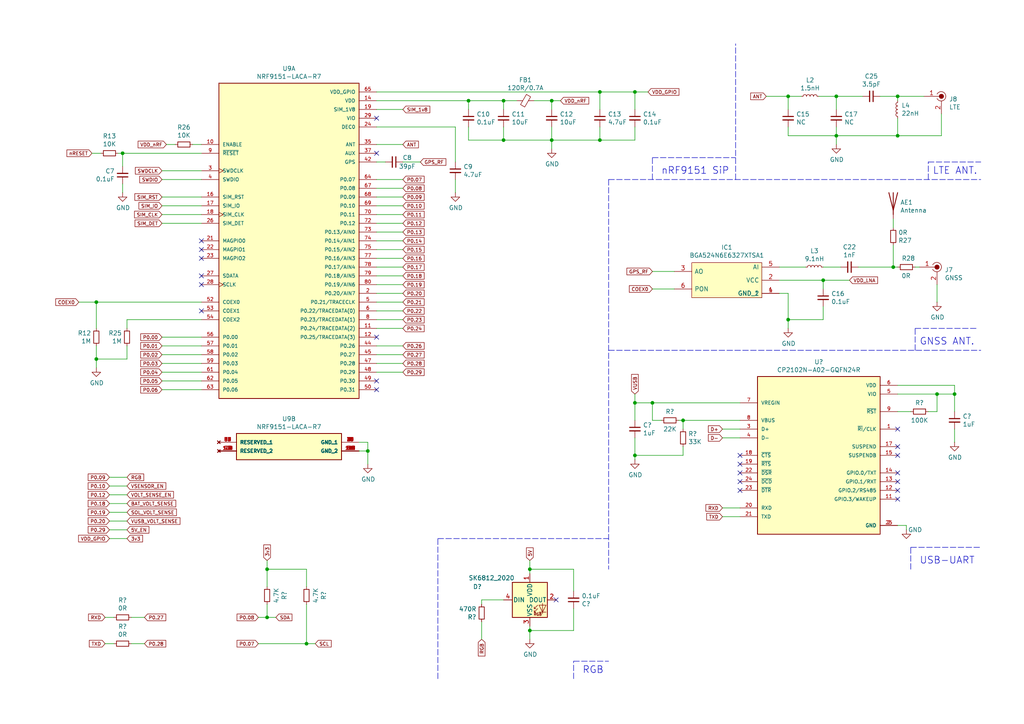
<source format=kicad_sch>
(kicad_sch (version 20250114) (generator "eeschema") (generator_version "9.0")
  (paper "A4")
  (title_block (date "2025-05-08"))
  (text "nRF9151 SiP" (at 191.77 50.8 0) (effects (font (size 2.0066 2.0066)) (justify left bottom)))
  (text "GNSS ANT." (at 266.7 100.33 0) (effects (font (size 2.0066 2.0066)) (justify left bottom)))
  (text "RGB" (at 168.91 195.58 0) (effects (font (size 2.0066 2.0066)) (justify left bottom)))
  (text "USB-UART" (at 266.7 163.83 0) (effects (font (size 2.0066 2.0066)) (justify left bottom)))
  (text "LTE ANT." (at 270.51 50.8 0) (effects (font (size 2.0066 2.0066)) (justify left bottom)))
  (junction (at 184.15 116.84))
  (junction (at 27.94 87.63))
  (junction (at 271.78 114.3))
  (junction (at 88.9 186.69))
  (junction (at 259.08 77.47))
  (junction (at 35.56 44.45))
  (junction (at 184.15 132.08))
  (junction (at 77.47 179.07))
  (junction (at 260.35 39.37))
  (junction (at 276.86 114.3))
  (junction (at 77.47 165.1))
  (junction (at 242.57 39.37))
  (junction (at 153.67 165.1))
  (junction (at 160.02 29.21))
  (junction (at 153.67 182.88))
  (junction (at 184.15 26.67))
  (junction (at 260.35 27.94))
  (junction (at 228.6 92.71))
  (junction (at 135.89 29.21))
  (junction (at 228.6 27.94))
  (junction (at 27.94 104.14))
  (junction (at 146.05 40.64))
  (junction (at 189.23 116.84))
  (junction (at 173.99 26.67))
  (junction (at 242.57 27.94))
  (junction (at 146.05 29.21))
  (junction (at 198.12 121.92))
  (junction (at 238.76 81.28))
  (junction (at 160.02 40.64))
  (junction (at 106.68 130.81))
  (junction (at 173.99 40.64))
  (no_connect (at 214.63 142.24))
  (no_connect (at 260.35 129.54))
  (no_connect (at 109.22 44.45))
  (no_connect (at 214.63 139.7))
  (no_connect (at 109.22 113.03))
  (no_connect (at 260.35 144.78))
  (no_connect (at 260.35 142.24))
  (no_connect (at 58.42 90.17))
  (no_connect (at 214.63 137.16))
  (no_connect (at 58.42 69.85))
  (no_connect (at 214.63 134.62))
  (no_connect (at 109.22 110.49))
  (no_connect (at 58.42 74.93))
  (no_connect (at 214.63 132.08))
  (no_connect (at 260.35 124.46))
  (no_connect (at 109.22 34.29))
  (no_connect (at 58.42 72.39))
  (no_connect (at 260.35 137.16))
  (no_connect (at 58.42 82.55))
  (no_connect (at 161.29 173.99))
  (no_connect (at 260.35 132.08))
  (no_connect (at 260.35 139.7))
  (no_connect (at 58.42 80.01))
  (no_connect (at 109.22 97.79))
  (wire (pts (xy 109.22 67.31) (xy 116.84 67.31)))
  (wire (pts (xy 226.06 77.47) (xy 233.68 77.47)))
  (wire (pts (xy 36.83 95.25) (xy 36.83 92.71)))
  (wire (pts (xy 109.22 74.93) (xy 116.84 74.93)))
  (wire (pts (xy 273.05 39.37) (xy 273.05 33.02)))
  (wire (pts (xy 198.12 121.92) (xy 196.85 121.92)))
  (wire (pts (xy 166.37 176.53) (xy 166.37 182.88)))
  (wire (pts (xy 267.97 27.94) (xy 260.35 27.94)))
  (wire (pts (xy 184.15 132.08) (xy 198.12 132.08)))
  (wire (pts (xy 184.15 40.64) (xy 184.15 36.83)))
  (wire (pts (xy 58.42 105.41) (xy 46.99 105.41)))
  (wire (pts (xy 153.67 182.88) (xy 153.67 185.42)))
  (polyline (pts (xy 269.24 52.07) (xy 269.24 46.99)) (stroke (width 0) (type dash)))
  (wire (pts (xy 27.94 87.63) (xy 27.94 95.25)))
  (polyline (pts (xy 127 196.85) (xy 127 156.21)) (stroke (width 0) (type dash)))
  (wire (pts (xy 195.58 83.82) (xy 189.23 83.82)))
  (wire (pts (xy 109.22 26.67) (xy 173.99 26.67)))
  (wire (pts (xy 184.15 116.84) (xy 184.15 114.3)))
  (wire (pts (xy 109.22 31.75) (xy 116.84 31.75)))
  (wire (pts (xy 259.08 77.47) (xy 260.35 77.47)))
  (wire (pts (xy 36.83 104.14) (xy 36.83 100.33)))
  (wire (pts (xy 109.22 46.99) (xy 111.76 46.99)))
  (wire (pts (xy 109.22 80.01) (xy 116.84 80.01)))
  (wire (pts (xy 238.76 81.28) (xy 246.38 81.28)))
  (wire (pts (xy 106.68 130.81) (xy 106.68 134.62)))
  (wire (pts (xy 189.23 116.84) (xy 184.15 116.84)))
  (wire (pts (xy 22.86 87.63) (xy 27.94 87.63)))
  (wire (pts (xy 276.86 114.3) (xy 276.86 119.38)))
  (wire (pts (xy 146.05 29.21) (xy 149.86 29.21)))
  (wire (pts (xy 109.22 36.83) (xy 132.08 36.83)))
  (wire (pts (xy 58.42 97.79) (xy 46.99 97.79)))
  (wire (pts (xy 232.41 27.94) (xy 228.6 27.94)))
  (polyline (pts (xy 166.37 191.77) (xy 176.53 191.77)) (stroke (width 0) (type dash)))
  (wire (pts (xy 116.84 46.99) (xy 121.92 46.99)))
  (wire (pts (xy 26.67 44.45) (xy 29.21 44.45)))
  (wire (pts (xy 242.57 27.94) (xy 237.49 27.94)))
  (wire (pts (xy 242.57 36.83) (xy 242.57 39.37)))
  (wire (pts (xy 135.89 29.21) (xy 146.05 29.21)))
  (wire (pts (xy 109.22 90.17) (xy 116.84 90.17)))
  (wire (pts (xy 276.86 124.46) (xy 276.86 128.27)))
  (wire (pts (xy 50.8 41.91) (xy 48.26 41.91)))
  (wire (pts (xy 58.42 49.53) (xy 46.99 49.53)))
  (wire (pts (xy 116.84 92.71) (xy 109.22 92.71)))
  (wire (pts (xy 271.78 119.38) (xy 271.78 114.3)))
  (wire (pts (xy 259.08 63.5) (xy 259.08 66.04)))
  (wire (pts (xy 214.63 149.86) (xy 209.55 149.86)))
  (wire (pts (xy 262.89 152.4) (xy 262.89 153.67)))
  (wire (pts (xy 109.22 105.41) (xy 116.84 105.41)))
  (wire (pts (xy 184.15 31.75) (xy 184.15 26.67)))
  (wire (pts (xy 109.22 82.55) (xy 116.84 82.55)))
  (wire (pts (xy 146.05 36.83) (xy 146.05 40.64)))
  (wire (pts (xy 31.75 143.51) (xy 36.83 143.51)))
  (wire (pts (xy 58.42 57.15) (xy 46.99 57.15)))
  (wire (pts (xy 109.22 41.91) (xy 116.84 41.91)))
  (wire (pts (xy 166.37 171.45) (xy 166.37 165.1)))
  (wire (pts (xy 109.22 95.25) (xy 116.84 95.25)))
  (wire (pts (xy 109.22 69.85) (xy 116.84 69.85)))
  (wire (pts (xy 238.76 83.82) (xy 238.76 81.28)))
  (wire (pts (xy 166.37 182.88) (xy 153.67 182.88)))
  (wire (pts (xy 36.83 151.13) (xy 31.75 151.13)))
  (wire (pts (xy 173.99 31.75) (xy 173.99 26.67)))
  (wire (pts (xy 109.22 59.69) (xy 116.84 59.69)))
  (wire (pts (xy 173.99 40.64) (xy 160.02 40.64)))
  (wire (pts (xy 77.47 165.1) (xy 77.47 170.18)))
  (wire (pts (xy 27.94 104.14) (xy 27.94 106.68)))
  (polyline (pts (xy 127 156.21) (xy 176.53 156.21)) (stroke (width 0) (type dash)))
  (wire (pts (xy 109.22 85.09) (xy 116.84 85.09)))
  (wire (pts (xy 160.02 29.21) (xy 160.02 31.75)))
  (wire (pts (xy 58.42 59.69) (xy 46.99 59.69)))
  (wire (pts (xy 109.22 54.61) (xy 116.84 54.61)))
  (wire (pts (xy 166.37 165.1) (xy 153.67 165.1)))
  (wire (pts (xy 160.02 40.64) (xy 160.02 43.18)))
  (wire (pts (xy 228.6 85.09) (xy 228.6 92.71)))
  (wire (pts (xy 153.67 166.37) (xy 153.67 165.1)))
  (wire (pts (xy 135.89 40.64) (xy 146.05 40.64)))
  (polyline (pts (xy 265.43 95.25) (xy 283.21 95.25)) (stroke (width 0) (type dash)))
  (wire (pts (xy 271.78 87.63) (xy 271.78 82.55)))
  (polyline (pts (xy 264.16 158.75) (xy 284.48 158.75)) (stroke (width 0) (type dash)))
  (wire (pts (xy 106.68 130.81) (xy 104.14 130.81)))
  (wire (pts (xy 226.06 81.28) (xy 238.76 81.28)))
  (polyline (pts (xy 213.36 52.07) (xy 213.36 12.7)) (stroke (width 0) (type dash)))
  (wire (pts (xy 38.1 186.69) (xy 41.91 186.69)))
  (wire (pts (xy 34.29 44.45) (xy 35.56 44.45)))
  (wire (pts (xy 153.67 181.61) (xy 153.67 182.88)))
  (wire (pts (xy 255.27 27.94) (xy 260.35 27.94)))
  (wire (pts (xy 214.63 116.84) (xy 189.23 116.84)))
  (wire (pts (xy 33.02 186.69) (xy 30.48 186.69)))
  (wire (pts (xy 260.35 29.21) (xy 260.35 27.94)))
  (polyline (pts (xy 176.53 101.6) (xy 284.48 101.6)) (stroke (width 0) (type dash)))
  (wire (pts (xy 104.14 128.27) (xy 106.68 128.27)))
  (wire (pts (xy 109.22 64.77) (xy 116.84 64.77)))
  (polyline (pts (xy 176.53 52.07) (xy 176.53 165.1)) (stroke (width 0) (type dash)))
  (wire (pts (xy 160.02 36.83) (xy 160.02 40.64)))
  (wire (pts (xy 27.94 104.14) (xy 36.83 104.14)))
  (wire (pts (xy 36.83 92.71) (xy 58.42 92.71)))
  (wire (pts (xy 77.47 175.26) (xy 77.47 179.07)))
  (wire (pts (xy 58.42 107.95) (xy 46.99 107.95)))
  (wire (pts (xy 109.22 62.23) (xy 116.84 62.23)))
  (wire (pts (xy 88.9 175.26) (xy 88.9 186.69)))
  (wire (pts (xy 228.6 36.83) (xy 228.6 39.37)))
  (wire (pts (xy 276.86 111.76) (xy 276.86 114.3)))
  (wire (pts (xy 160.02 29.21) (xy 162.56 29.21)))
  (wire (pts (xy 173.99 26.67) (xy 184.15 26.67)))
  (wire (pts (xy 135.89 36.83) (xy 135.89 40.64)))
  (wire (pts (xy 260.35 39.37) (xy 273.05 39.37)))
  (wire (pts (xy 74.93 186.69) (xy 88.9 186.69)))
  (wire (pts (xy 242.57 39.37) (xy 260.35 39.37)))
  (wire (pts (xy 238.76 92.71) (xy 238.76 88.9)))
  (wire (pts (xy 58.42 52.07) (xy 46.99 52.07)))
  (wire (pts (xy 139.7 185.42) (xy 139.7 180.34)))
  (wire (pts (xy 88.9 165.1) (xy 88.9 170.18)))
  (wire (pts (xy 214.63 127) (xy 209.55 127)))
  (wire (pts (xy 109.22 29.21) (xy 135.89 29.21)))
  (wire (pts (xy 228.6 92.71) (xy 238.76 92.71)))
  (polyline (pts (xy 269.24 46.99) (xy 284.48 46.99)) (stroke (width 0) (type dash)))
  (wire (pts (xy 228.6 92.71) (xy 228.6 95.25)))
  (wire (pts (xy 132.08 36.83) (xy 132.08 46.99)))
  (wire (pts (xy 27.94 100.33) (xy 27.94 104.14)))
  (wire (pts (xy 58.42 62.23) (xy 46.99 62.23)))
  (wire (pts (xy 265.43 77.47) (xy 266.7 77.47)))
  (wire (pts (xy 74.93 179.07) (xy 77.47 179.07)))
  (wire (pts (xy 184.15 127) (xy 184.15 132.08)))
  (wire (pts (xy 139.7 173.99) (xy 146.05 173.99)))
  (wire (pts (xy 35.56 55.88) (xy 35.56 53.34)))
  (wire (pts (xy 154.94 29.21) (xy 160.02 29.21)))
  (wire (pts (xy 116.84 57.15) (xy 109.22 57.15)))
  (polyline (pts (xy 189.23 45.72) (xy 213.36 45.72)) (stroke (width 0) (type dash)))
  (wire (pts (xy 31.75 138.43) (xy 36.83 138.43)))
  (polyline (pts (xy 176.53 52.07) (xy 284.48 52.07)) (stroke (width 0) (type dash)))
  (wire (pts (xy 36.83 148.59) (xy 31.75 148.59)))
  (polyline (pts (xy 166.37 196.85) (xy 166.37 191.77)) (stroke (width 0) (type dash)))
  (wire (pts (xy 260.35 152.4) (xy 262.89 152.4)))
  (polyline (pts (xy 189.23 52.07) (xy 189.23 45.72)) (stroke (width 0) (type dash)))
  (wire (pts (xy 184.15 26.67) (xy 187.96 26.67)))
  (wire (pts (xy 153.67 165.1) (xy 153.67 162.56)))
  (wire (pts (xy 27.94 87.63) (xy 58.42 87.63)))
  (wire (pts (xy 58.42 113.03) (xy 46.99 113.03)))
  (wire (pts (xy 173.99 36.83) (xy 173.99 40.64)))
  (wire (pts (xy 146.05 31.75) (xy 146.05 29.21)))
  (wire (pts (xy 109.22 102.87) (xy 116.84 102.87)))
  (wire (pts (xy 139.7 175.26) (xy 139.7 173.99)))
  (wire (pts (xy 260.35 39.37) (xy 260.35 34.29)))
  (wire (pts (xy 109.22 100.33) (xy 116.84 100.33)))
  (wire (pts (xy 228.6 39.37) (xy 242.57 39.37)))
  (polyline (pts (xy 264.16 165.1) (xy 264.16 158.75)) (stroke (width 0) (type dash)))
  (wire (pts (xy 88.9 186.69) (xy 91.44 186.69)))
  (wire (pts (xy 135.89 31.75) (xy 135.89 29.21)))
  (wire (pts (xy 109.22 77.47) (xy 116.84 77.47)))
  (wire (pts (xy 77.47 179.07) (xy 80.01 179.07)))
  (wire (pts (xy 228.6 27.94) (xy 222.25 27.94)))
  (wire (pts (xy 36.83 156.21) (xy 31.75 156.21)))
  (wire (pts (xy 77.47 165.1) (xy 88.9 165.1)))
  (polyline (pts (xy 265.43 101.6) (xy 265.43 95.25)) (stroke (width 0) (type dash)))
  (wire (pts (xy 35.56 44.45) (xy 35.56 48.26)))
  (wire (pts (xy 30.48 179.07) (xy 33.02 179.07)))
  (wire (pts (xy 38.1 179.07) (xy 41.91 179.07)))
  (wire (pts (xy 226.06 85.09) (xy 228.6 85.09)))
  (wire (pts (xy 198.12 132.08) (xy 198.12 129.54)))
  (wire (pts (xy 109.22 52.07) (xy 116.84 52.07)))
  (wire (pts (xy 228.6 27.94) (xy 228.6 31.75)))
  (wire (pts (xy 31.75 146.05) (xy 36.83 146.05)))
  (wire (pts (xy 260.35 114.3) (xy 271.78 114.3)))
  (wire (pts (xy 36.83 140.97) (xy 31.75 140.97)))
  (wire (pts (xy 46.99 102.87) (xy 58.42 102.87)))
  (wire (pts (xy 55.88 41.91) (xy 58.42 41.91)))
  (wire (pts (xy 132.08 55.88) (xy 132.08 52.07)))
  (wire (pts (xy 198.12 124.46) (xy 198.12 121.92)))
  (wire (pts (xy 77.47 162.56) (xy 77.47 165.1)))
  (wire (pts (xy 58.42 64.77) (xy 46.99 64.77)))
  (wire (pts (xy 36.83 153.67) (xy 31.75 153.67)))
  (wire (pts (xy 106.68 128.27) (xy 106.68 130.81)))
  (wire (pts (xy 238.76 77.47) (xy 243.84 77.47)))
  (wire (pts (xy 58.42 100.33) (xy 46.99 100.33)))
  (wire (pts (xy 109.22 72.39) (xy 116.84 72.39)))
  (wire (pts (xy 242.57 27.94) (xy 250.19 27.94)))
  (wire (pts (xy 109.22 107.95) (xy 116.84 107.95)))
  (wire (pts (xy 271.78 114.3) (xy 276.86 114.3)))
  (wire (pts (xy 248.92 77.47) (xy 259.08 77.47)))
  (wire (pts (xy 35.56 44.45) (xy 58.42 44.45)))
  (wire (pts (xy 214.63 147.32) (xy 209.55 147.32)))
  (wire (pts (xy 195.58 78.74) (xy 189.23 78.74)))
  (wire (pts (xy 264.16 119.38) (xy 260.35 119.38)))
  (wire (pts (xy 184.15 132.08) (xy 184.15 133.35)))
  (wire (pts (xy 116.84 87.63) (xy 109.22 87.63)))
  (wire (pts (xy 259.08 71.12) (xy 259.08 77.47)))
  (wire (pts (xy 189.23 121.92) (xy 189.23 116.84)))
  (wire (pts (xy 58.42 110.49) (xy 46.99 110.49)))
  (wire (pts (xy 191.77 121.92) (xy 189.23 121.92)))
  (wire (pts (xy 184.15 116.84) (xy 184.15 121.92)))
  (wire (pts (xy 269.24 119.38) (xy 271.78 119.38)))
  (wire (pts (xy 198.12 121.92) (xy 214.63 121.92)))
  (wire (pts (xy 242.57 39.37) (xy 242.57 41.91)))
  (wire (pts (xy 146.05 40.64) (xy 160.02 40.64)))
  (wire (pts (xy 260.35 111.76) (xy 276.86 111.76)))
  (wire (pts (xy 242.57 31.75) (xy 242.57 27.94)))
  (wire (pts (xy 173.99 40.64) (xy 184.15 40.64)))
  (wire (pts (xy 214.63 124.46) (xy 209.55 124.46)))
  (global_label "VUSB" (shape input) (at 184.15 114.3 90) (effects (font (size 0.9906 0.9906))) (property "Intersheetrefs" "${INTERSHEET_REFS}" (effects (hide yes))))
  (global_label "BAT_VOLT_SENSE" (shape input) (at 36.83 146.05 0) (effects (font (size 0.9906 0.9906))) (property "Intersheetrefs" "${INTERSHEET_REFS}" (effects (hide yes))))
  (global_label "P0.06" (shape input) (at 46.99 113.03 180) (effects (font (size 0.9906 0.9906))) (property "Intersheetrefs" "${INTERSHEET_REFS}" (effects (hide yes))))
  (global_label "P0.18" (shape input) (at 116.84 80.01 0) (effects (font (size 0.9906 0.9906))) (property "Intersheetrefs" "${INTERSHEET_REFS}" (effects (hide yes))))
  (global_label "P0.02" (shape input) (at 46.99 102.87 180) (effects (font (size 0.9906 0.9906))) (property "Intersheetrefs" "${INTERSHEET_REFS}" (effects (hide yes))))
  (global_label "SCL" (shape input) (at 91.44 186.69 0) (effects (font (size 0.9906 0.9906))) (property "Intersheetrefs" "${INTERSHEET_REFS}" (effects (hide yes))))
  (global_label "P0.05" (shape input) (at 46.99 110.49 180) (effects (font (size 0.9906 0.9906))) (property "Intersheetrefs" "${INTERSHEET_REFS}" (effects (hide yes))))
  (global_label "VSENSOR_EN" (shape input) (at 36.83 140.97 0) (effects (font (size 0.9906 0.9906))) (property "Intersheetrefs" "${INTERSHEET_REFS}" (effects (hide yes))))
  (global_label "RXD" (shape input) (at 209.55 147.32 180) (effects (font (size 0.9906 0.9906))) (property "Intersheetrefs" "${INTERSHEET_REFS}" (effects (hide yes))))
  (global_label "P0.26" (shape input) (at 116.84 100.33 0) (effects (font (size 0.9906 0.9906))) (property "Intersheetrefs" "${INTERSHEET_REFS}" (effects (hide yes))))
  (global_label "SIM_1v8" (shape input) (at 116.84 31.75 0) (effects (font (size 0.9906 0.9906))) (property "Intersheetrefs" "${INTERSHEET_REFS}" (effects (hide yes))))
  (global_label "COEX0" (shape input) (at 22.86 87.63 180) (effects (font (size 0.9906 0.9906))) (property "Intersheetrefs" "${INTERSHEET_REFS}" (effects (hide yes))))
  (global_label "P0.07" (shape input) (at 116.84 52.07 0) (effects (font (size 0.9906 0.9906))) (property "Intersheetrefs" "${INTERSHEET_REFS}" (effects (hide yes))))
  (global_label "P0.13" (shape input) (at 116.84 67.31 0) (effects (font (size 0.9906 0.9906))) (property "Intersheetrefs" "${INTERSHEET_REFS}" (effects (hide yes))))
  (global_label "VDD_GPIO" (shape input) (at 187.96 26.67 0) (effects (font (size 0.9906 0.9906))) (property "Intersheetrefs" "${INTERSHEET_REFS}" (effects (hide yes))))
  (global_label "P0.10" (shape input) (at 31.75 140.97 180) (effects (font (size 0.9906 0.9906))) (property "Intersheetrefs" "${INTERSHEET_REFS}" (effects (hide yes))))
  (global_label "RGB" (shape input) (at 36.83 138.43 0) (effects (font (size 0.9906 0.9906))) (property "Intersheetrefs" "${INTERSHEET_REFS}" (effects (hide yes))))
  (global_label "P0.29" (shape input) (at 31.75 153.67 180) (effects (font (size 0.9906 0.9906))) (property "Intersheetrefs" "${INTERSHEET_REFS}" (effects (hide yes))))
  (global_label "ANT" (shape input) (at 222.25 27.94 180) (effects (font (size 0.9906 0.9906))) (property "Intersheetrefs" "${INTERSHEET_REFS}" (effects (hide yes))))
  (global_label "D-" (shape input) (at 209.55 127 180) (effects (font (size 0.9906 0.9906))) (property "Intersheetrefs" "${INTERSHEET_REFS}" (effects (hide yes))))
  (global_label "SIM_IO" (shape input) (at 46.99 59.69 180) (effects (font (size 0.9906 0.9906))) (property "Intersheetrefs" "${INTERSHEET_REFS}" (effects (hide yes))))
  (global_label "SWDCLK" (shape input) (at 46.99 49.53 180) (effects (font (size 0.9906 0.9906))) (property "Intersheetrefs" "${INTERSHEET_REFS}" (effects (hide yes))))
  (global_label "GPS_RF" (shape input) (at 189.23 78.74 180) (effects (font (size 0.9906 0.9906))) (property "Intersheetrefs" "${INTERSHEET_REFS}" (effects (hide yes))))
  (global_label "P0.15" (shape input) (at 116.84 72.39 0) (effects (font (size 0.9906 0.9906))) (property "Intersheetrefs" "${INTERSHEET_REFS}" (effects (hide yes))))
  (global_label "P0.20" (shape input) (at 116.84 85.09 0) (effects (font (size 0.9906 0.9906))) (property "Intersheetrefs" "${INTERSHEET_REFS}" (effects (hide yes))))
  (global_label "P0.12" (shape input) (at 116.84 64.77 0) (effects (font (size 0.9906 0.9906))) (property "Intersheetrefs" "${INTERSHEET_REFS}" (effects (hide yes))))
  (global_label "P0.04" (shape input) (at 46.99 107.95 180) (effects (font (size 0.9906 0.9906))) (property "Intersheetrefs" "${INTERSHEET_REFS}" (effects (hide yes))))
  (global_label "3v3" (shape input) (at 36.83 156.21 0) (effects (font (size 0.9906 0.9906))) (property "Intersheetrefs" "${INTERSHEET_REFS}" (effects (hide yes))))
  (global_label "P0.16" (shape input) (at 116.84 74.93 0) (effects (font (size 0.9906 0.9906))) (property "Intersheetrefs" "${INTERSHEET_REFS}" (effects (hide yes))))
  (global_label "SIM_DET" (shape input) (at 46.99 64.77 180) (effects (font (size 0.9906 0.9906))) (property "Intersheetrefs" "${INTERSHEET_REFS}" (effects (hide yes))))
  (global_label "VDD_LNA" (shape input) (at 246.38 81.28 0) (effects (font (size 0.9906 0.9906))) (property "Intersheetrefs" "${INTERSHEET_REFS}" (effects (hide yes))))
  (global_label "P0.18" (shape input) (at 31.75 146.05 180) (effects (font (size 0.9906 0.9906))) (property "Intersheetrefs" "${INTERSHEET_REFS}" (effects (hide yes))))
  (global_label "P0.07" (shape input) (at 74.93 186.69 180) (effects (font (size 0.9906 0.9906))) (property "Intersheetrefs" "${INTERSHEET_REFS}" (effects (hide yes))))
  (global_label "SIM_RST" (shape input) (at 46.99 57.15 180) (effects (font (size 0.9906 0.9906))) (property "Intersheetrefs" "${INTERSHEET_REFS}" (effects (hide yes))))
  (global_label "D+" (shape input) (at 209.55 124.46 180) (effects (font (size 0.9906 0.9906))) (property "Intersheetrefs" "${INTERSHEET_REFS}" (effects (hide yes))))
  (global_label "SDA" (shape input) (at 80.01 179.07 0) (effects (font (size 0.9906 0.9906))) (property "Intersheetrefs" "${INTERSHEET_REFS}" (effects (hide yes))))
  (global_label "P0.17" (shape input) (at 116.84 77.47 0) (effects (font (size 0.9906 0.9906))) (property "Intersheetrefs" "${INTERSHEET_REFS}" (effects (hide yes))))
  (global_label "P0.03" (shape input) (at 46.99 105.41 180) (effects (font (size 0.9906 0.9906))) (property "Intersheetrefs" "${INTERSHEET_REFS}" (effects (hide yes))))
  (global_label "nRESET" (shape input) (at 26.67 44.45 180) (effects (font (size 0.9906 0.9906))) (property "Intersheetrefs" "${INTERSHEET_REFS}" (effects (hide yes))))
  (global_label "P0.00" (shape input) (at 46.99 97.79 180) (effects (font (size 0.9906 0.9906))) (property "Intersheetrefs" "${INTERSHEET_REFS}" (effects (hide yes))))
  (global_label "VDD_GPIO" (shape input) (at 31.75 156.21 180) (effects (font (size 0.9906 0.9906))) (property "Intersheetrefs" "${INTERSHEET_REFS}" (effects (hide yes))))
  (global_label "P0.09" (shape input) (at 31.75 138.43 180) (effects (font (size 0.9906 0.9906))) (property "Intersheetrefs" "${INTERSHEET_REFS}" (effects (hide yes))))
  (global_label "P0.24" (shape input) (at 116.84 95.25 0) (effects (font (size 0.9906 0.9906))) (property "Intersheetrefs" "${INTERSHEET_REFS}" (effects (hide yes))))
  (global_label "P0.09" (shape input) (at 116.84 57.15 0) (effects (font (size 0.9906 0.9906))) (property "Intersheetrefs" "${INTERSHEET_REFS}" (effects (hide yes))))
  (global_label "5V" (shape input) (at 153.67 162.56 90) (effects (font (size 0.9906 0.9906))) (property "Intersheetrefs" "${INTERSHEET_REFS}" (effects (hide yes))))
  (global_label "P0.08" (shape input) (at 116.84 54.61 0) (effects (font (size 0.9906 0.9906))) (property "Intersheetrefs" "${INTERSHEET_REFS}" (effects (hide yes))))
  (global_label "P0.29" (shape input) (at 116.84 107.95 0) (effects (font (size 0.9906 0.9906))) (property "Intersheetrefs" "${INTERSHEET_REFS}" (effects (hide yes))))
  (global_label "P0.20" (shape input) (at 31.75 151.13 180) (effects (font (size 0.9906 0.9906))) (property "Intersheetrefs" "${INTERSHEET_REFS}" (effects (hide yes))))
  (global_label "SOL_VOLT_SENSE" (shape input) (at 36.83 148.59 0) (effects (font (size 0.9906 0.9906))) (property "Intersheetrefs" "${INTERSHEET_REFS}" (effects (hide yes))))
  (global_label "5V_EN" (shape input) (at 36.83 153.67 0) (effects (font (size 0.9906 0.9906))) (property "Intersheetrefs" "${INTERSHEET_REFS}" (effects (hide yes))))
  (global_label "3v3" (shape input) (at 77.47 162.56 90) (effects (font (size 0.9906 0.9906))) (property "Intersheetrefs" "${INTERSHEET_REFS}" (effects (hide yes))))
  (global_label "P0.28" (shape input) (at 41.91 186.69 0) (effects (font (size 0.9906 0.9906))) (property "Intersheetrefs" "${INTERSHEET_REFS}" (effects (hide yes))))
  (global_label "RGB" (shape input) (at 139.7 185.42 270) (effects (font (size 0.9906 0.9906))) (property "Intersheetrefs" "${INTERSHEET_REFS}" (effects (hide yes))))
  (global_label "TXD" (shape input) (at 209.55 149.86 180) (effects (font (size 0.9906 0.9906))) (property "Intersheetrefs" "${INTERSHEET_REFS}" (effects (hide yes))))
  (global_label "SWDIO" (shape input) (at 46.99 52.07 180) (effects (font (size 0.9906 0.9906))) (property "Intersheetrefs" "${INTERSHEET_REFS}" (effects (hide yes))))
  (global_label "TXD" (shape input) (at 30.48 186.69 180) (effects (font (size 0.9906 0.9906))) (property "Intersheetrefs" "${INTERSHEET_REFS}" (effects (hide yes))))
  (global_label "P0.08" (shape input) (at 74.93 179.07 180) (effects (font (size 0.9906 0.9906))) (property "Intersheetrefs" "${INTERSHEET_REFS}" (effects (hide yes))))
  (global_label "P0.11" (shape input) (at 116.84 62.23 0) (effects (font (size 0.9906 0.9906))) (property "Intersheetrefs" "${INTERSHEET_REFS}" (effects (hide yes))))
  (global_label "P0.22" (shape input) (at 116.84 90.17 0) (effects (font (size 0.9906 0.9906))) (property "Intersheetrefs" "${INTERSHEET_REFS}" (effects (hide yes))))
  (global_label "P0.23" (shape input) (at 116.84 92.71 0) (effects (font (size 0.9906 0.9906))) (property "Intersheetrefs" "${INTERSHEET_REFS}" (effects (hide yes))))
  (global_label "P0.10" (shape input) (at 116.84 59.69 0) (effects (font (size 0.9906 0.9906))) (property "Intersheetrefs" "${INTERSHEET_REFS}" (effects (hide yes))))
  (global_label "VOLT_SENSE_EN" (shape input) (at 36.83 143.51 0) (effects (font (size 0.9906 0.9906))) (property "Intersheetrefs" "${INTERSHEET_REFS}" (effects (hide yes))))
  (global_label "VUSB_VOLT_SENSE" (shape input) (at 36.83 151.13 0) (effects (font (size 0.9906 0.9906))) (property "Intersheetrefs" "${INTERSHEET_REFS}" (effects (hide yes))))
  (global_label "P0.14" (shape input) (at 116.84 69.85 0) (effects (font (size 0.9906 0.9906))) (property "Intersheetrefs" "${INTERSHEET_REFS}" (effects (hide yes))))
  (global_label "VDD_nRF" (shape input) (at 162.56 29.21 0) (effects (font (size 0.9906 0.9906))) (property "Intersheetrefs" "${INTERSHEET_REFS}" (effects (hide yes))))
  (global_label "P0.01" (shape input) (at 46.99 100.33 180) (effects (font (size 0.9906 0.9906))) (property "Intersheetrefs" "${INTERSHEET_REFS}" (effects (hide yes))))
  (global_label "SIM_CLK" (shape input) (at 46.99 62.23 180) (effects (font (size 0.9906 0.9906))) (property "Intersheetrefs" "${INTERSHEET_REFS}" (effects (hide yes))))
  (global_label "P0.12" (shape input) (at 31.75 143.51 180) (effects (font (size 0.9906 0.9906))) (property "Intersheetrefs" "${INTERSHEET_REFS}" (effects (hide yes))))
  (global_label "P0.21" (shape input) (at 116.84 87.63 0) (effects (font (size 0.9906 0.9906))) (property "Intersheetrefs" "${INTERSHEET_REFS}" (effects (hide yes))))
  (global_label "COEX0" (shape input) (at 189.23 83.82 180) (effects (font (size 0.9906 0.9906))) (property "Intersheetrefs" "${INTERSHEET_REFS}" (effects (hide yes))))
  (global_label "P0.27" (shape input) (at 116.84 102.87 0) (effects (font (size 0.9906 0.9906))) (property "Intersheetrefs" "${INTERSHEET_REFS}" (effects (hide yes))))
  (global_label "P0.28" (shape input) (at 116.84 105.41 0) (effects (font (size 0.9906 0.9906))) (property "Intersheetrefs" "${INTERSHEET_REFS}" (effects (hide yes))))
  (global_label "VDD_nRF" (shape input) (at 48.26 41.91 180) (effects (font (size 0.9906 0.9906))) (property "Intersheetrefs" "${INTERSHEET_REFS}" (effects (hide yes))))
  (global_label "P0.27" (shape input) (at 41.91 179.07 0) (effects (font (size 0.9906 0.9906))) (property "Intersheetrefs" "${INTERSHEET_REFS}" (effects (hide yes))))
  (global_label "RXD" (shape input) (at 30.48 179.07 180) (effects (font (size 0.9906 0.9906))) (property "Intersheetrefs" "${INTERSHEET_REFS}" (effects (hide yes))))
  (global_label "P0.19" (shape input) (at 116.84 82.55 0) (effects (font (size 0.9906 0.9906))) (property "Intersheetrefs" "${INTERSHEET_REFS}" (effects (hide yes))))
  (global_label "ANT" (shape input) (at 116.84 41.91 0) (effects (font (size 0.9906 0.9906))) (property "Intersheetrefs" "${INTERSHEET_REFS}" (effects (hide yes))))
  (global_label "GPS_RF" (shape input) (at 121.92 46.99 0) (effects (font (size 0.9906 0.9906))) (property "Intersheetrefs" "${INTERSHEET_REFS}" (effects (hide yes))))
  (global_label "P0.19" (shape input) (at 31.75 148.59 180) (effects (font (size 0.9906 0.9906))) (property "Intersheetrefs" "${INTERSHEET_REFS}" (effects (hide yes))))
  (symbol (lib_id "Common:NRF9151-LACA-R7") (at 83.82 69.85 0) (unit 1)
    (property "Reference" "U9" (at 83.82 19.8882 0))
    (property "Value" "NRF9151-LACA-R7" (at 83.82 22.1996 0))
    (property "Footprint" "Common:NRF9151-LACA-R7" (effects (hide yes)))
    (property "Description" "\\n                        \\n                            IC RF TXRX + MCU CELL\\n                        \\n" (effects (hide yes)))
    (property "MF" "Nordic Semiconductors" (effects (hide yes)))
    (property "MAXIMUM_PACKAGE_HEIGHT" "1.30mm" (effects (hide yes)))
    (property "Package" "None" (effects (hide yes)))
    (property "Price" "None" (effects (hide yes)))
    (property "Check_prices" "https://www.snapeda.com/parts/NRF9151-LACA-R7/Nordic+Power/view-part/?ref=eda" (effects (hide yes)))
    (property "STANDARD" "Manufacturer Recommendations" (effects (hide yes)))
    (property "PARTREV" "1.0" (effects (hide yes)))
    (property "SnapEDA_Link" "https://www.snapeda.com/parts/NRF9151-LACA-R7/Nordic+Power/view-part/?ref=snap" (effects (hide yes)))
    (property "MP" "NRF9151-LACA-R7" (effects (hide yes)))
    (property "Availability" "In Stock" (effects (hide yes)))
    (property "MANUFACTURER" "Nordic Semiconductor" (effects (hide yes)))
  )
  (symbol (lib_id "Common:NRF9151-LACA-R7") (at 83.82 128.27 0) (unit 2)
    (property "Reference" "U9" (at 83.82 121.4882 0))
    (property "Value" "NRF9151-LACA-R7" (at 83.82 123.7996 0))
    (property "Footprint" "Common:NRF9151-LACA-R7" (effects (hide yes)))
    (property "Description" "\\n                        \\n                            IC RF TXRX + MCU CELL\\n                        \\n" (effects (hide yes)))
    (property "MF" "Nordic Semiconductors" (effects (hide yes)))
    (property "MAXIMUM_PACKAGE_HEIGHT" "1.30mm" (effects (hide yes)))
    (property "Package" "None" (effects (hide yes)))
    (property "Price" "None" (effects (hide yes)))
    (property "Check_prices" "https://www.snapeda.com/parts/NRF9151-LACA-R7/Nordic+Power/view-part/?ref=eda" (effects (hide yes)))
    (property "STANDARD" "Manufacturer Recommendations" (effects (hide yes)))
    (property "PARTREV" "1.0" (effects (hide yes)))
    (property "SnapEDA_Link" "https://www.snapeda.com/parts/NRF9151-LACA-R7/Nordic+Power/view-part/?ref=snap" (effects (hide yes)))
    (property "MP" "NRF9151-LACA-R7" (effects (hide yes)))
    (property "Availability" "In Stock" (effects (hide yes)))
    (property "MANUFACTURER" "Nordic Semiconductor" (effects (hide yes)))
  )
  (symbol (lib_id "power:GND") (at 106.68 134.62 0) (unit 1)
    (property "Reference" "#PWR0116" (effects (hide yes)))
    (property "Value" "GND" (at 106.807 139.0142 0))
  )
  (symbol (lib_id "Device:C_Small") (at 160.02 34.29 0) (unit 1)
    (property "Reference" "C12" (at 162.3568 33.1216 0) (effects (justify left)))
    (property "Value" "10uF" (at 162.3568 35.433 0) (effects (justify left)))
    (property "Footprint" "Capacitor_SMD:C_0603_1608Metric" (effects (hide yes)))
  )
  (symbol (lib_id "Device:C_Small") (at 135.89 34.29 0) (unit 1)
    (property "Reference" "C10" (at 138.2268 33.1216 0) (effects (justify left)))
    (property "Value" "0.1uF" (at 138.2268 35.433 0) (effects (justify left)))
    (property "Footprint" "Capacitor_SMD:C_0402_1005Metric" (effects (hide yes)))
  )
  (symbol (lib_id "power:GND") (at 160.02 43.18 0) (unit 1)
    (property "Reference" "#PWR0110" (effects (hide yes)))
    (property "Value" "GND" (at 160.147 47.5742 0))
  )
  (symbol (lib_id "Device:Ferrite_Bead_Small") (at 152.4 29.21 270) (unit 1)
    (property "Reference" "FB1" (at 152.4 23.1902 90))
    (property "Value" "120R/0.7A" (at 152.4 25.5016 90))
    (property "Footprint" "Resistor_SMD:R_0603_1608Metric_Pad0.98x0.95mm_HandSolder" (effects (hide yes)))
  )
  (symbol (lib_id "Device:C_Small") (at 146.05 34.29 0) (unit 1)
    (property "Reference" "C11" (at 148.3868 33.1216 0) (effects (justify left)))
    (property "Value" "10uF" (at 148.3868 35.433 0) (effects (justify left)))
    (property "Footprint" "Capacitor_SMD:C_0603_1608Metric" (effects (hide yes)))
  )
  (symbol (lib_id "Device:C_Small") (at 173.99 34.29 0) (unit 1)
    (property "Reference" "C13" (at 176.3268 33.1216 0) (effects (justify left)))
    (property "Value" "4.7uF" (at 176.3268 35.433 0) (effects (justify left)))
    (property "Footprint" "Capacitor_SMD:C_0402_1005Metric" (effects (hide yes)))
  )
  (symbol (lib_id "Device:C_Small") (at 184.15 34.29 0) (unit 1)
    (property "Reference" "C14" (at 186.4868 33.1216 0) (effects (justify left)))
    (property "Value" "0.1uF" (at 186.4868 35.433 0) (effects (justify left)))
    (property "Footprint" "Capacitor_SMD:C_0402_1005Metric" (effects (hide yes)))
  )
  (symbol (lib_id "Device:C_Small") (at 132.08 49.53 0) (unit 1)
    (property "Reference" "C9" (at 134.4168 48.3616 0) (effects (justify left)))
    (property "Value" "4.7uF" (at 134.4168 50.673 0) (effects (justify left)))
    (property "Footprint" "Capacitor_SMD:C_0402_1005Metric" (effects (hide yes)))
  )
  (symbol (lib_id "power:GND") (at 132.08 55.88 0) (unit 1)
    (property "Reference" "#PWR0115" (effects (hide yes)))
    (property "Value" "GND" (at 132.207 60.2742 0))
  )
  (symbol (lib_id "Device:R_Small") (at 53.34 41.91 270) (unit 1)
    (property "Reference" "R26" (at 53.34 36.9316 90))
    (property "Value" "10K" (at 53.34 39.243 90))
    (property "Footprint" "Resistor_SMD:R_0402_1005Metric" (effects (hide yes)))
  )
  (symbol (lib_id "Device:R_Small") (at 31.75 44.45 90) (mirror x) (unit 1)
    (property "Reference" "R13" (at 31.75 39.4716 90))
    (property "Value" "10K" (at 31.75 41.783 90))
    (property "Footprint" "Resistor_SMD:R_0402_1005Metric" (effects (hide yes)))
  )
  (symbol (lib_id "Device:C_Small") (at 35.56 50.8 0) (mirror x) (unit 1)
    (property "Reference" "C7" (at 33.2486 49.6316 0) (effects (justify right)))
    (property "Value" "0.1uF" (at 33.2486 51.943 0) (effects (justify right)))
    (property "Footprint" "Capacitor_SMD:C_0402_1005Metric" (effects (hide yes)))
  )
  (symbol (lib_id "power:GND") (at 35.56 55.88 0) (unit 1)
    (property "Reference" "#PWR0113" (effects (hide yes)))
    (property "Value" "GND" (at 35.687 60.2742 0))
  )
  (symbol (lib_id "Device:C_Small") (at 238.76 86.36 0) (unit 1)
    (property "Reference" "C16" (at 241.0968 85.1916 0) (effects (justify left)))
    (property "Value" "0.1uF" (at 241.0968 87.503 0) (effects (justify left)))
    (property "Footprint" "Capacitor_SMD:C_0402_1005Metric" (effects (hide yes)))
  )
  (symbol (lib_id "Device:R_Small") (at 27.94 97.79 0) (unit 1)
    (property "Reference" "R12" (at 26.4414 96.6216 0) (effects (justify right)))
    (property "Value" "1M" (at 26.4414 98.933 0) (effects (justify right)))
    (property "Footprint" "Resistor_SMD:R_0402_1005Metric" (effects (hide yes)))
  )
  (symbol (lib_id "Device:R_Small") (at 36.83 97.79 0) (mirror x) (unit 1)
    (property "Reference" "R25" (at 35.3568 96.6216 0) (effects (justify right)))
    (property "Value" "1M" (at 35.3568 98.933 0) (effects (justify right)))
    (property "Footprint" "Resistor_SMD:R_0402_1005Metric" (effects (hide yes)))
  )
  (symbol (lib_id "power:GND") (at 27.94 106.68 0) (unit 1)
    (property "Reference" "#PWR0114" (effects (hide yes)))
    (property "Value" "GND" (at 28.067 111.0742 0))
  )
  (symbol (lib_id "Device:C_Small") (at 114.3 46.99 270) (unit 1)
    (property "Reference" "C8" (at 118.11 45.72 90))
    (property "Value" "39pF" (at 118.11 48.26 90))
    (property "Footprint" "Capacitor_SMD:C_0402_1005Metric" (effects (hide yes)))
  )
  (symbol (lib_id "Device:Antenna") (at 259.08 58.42 0) (unit 1)
    (property "Reference" "AE1" (at 261.112 58.6994 0) (effects (justify left)))
    (property "Value" "Antenna" (at 261.112 61.0108 0) (effects (justify left)))
    (property "Footprint" "Common:YG0005AA" (effects (hide yes)))
  )
  (symbol (lib_id "Device:R_Small") (at 259.08 68.58 0) (mirror y) (unit 1)
    (property "Reference" "R27" (at 260.5532 69.7484 0) (effects (justify right)))
    (property "Value" "0R" (at 260.5532 67.437 0) (effects (justify right)))
    (property "Footprint" "Resistor_SMD:R_0402_1005Metric" (effects (hide yes)))
  )
  (symbol (lib_id "Device:R_Small") (at 262.89 77.47 270) (mirror x) (unit 1)
    (property "Reference" "R28" (at 265.43 74.93 90) (effects (justify right)))
    (property "Value" "0R" (at 264.16 80.01 90) (effects (justify right)))
    (property "Footprint" "Resistor_SMD:R_0402_1005Metric" (effects (hide yes)))
  )
  (symbol (lib_id "Common:U_FL-R-SMT_10_") (at 271.78 77.47 0) (mirror y) (unit 1)
    (property "Reference" "J7" (at 274.0152 78.2828 0) (effects (justify right)))
    (property "Value" "GNSS" (at 274.0152 80.5942 0) (effects (justify right)))
    (property "Footprint" "Common:U.FL-R-SMT-1" (effects (hide yes)))
    (property "Datasheet" "https://media.digikey.com/pdf/Data%20Sheets/Hirose%20PDFs/UFL%20Series.pdf" (effects (hide yes)))
    (property "Description" "CONN U.FL RCPT STR 50 OHM SMD" (effects (hide yes)))
    (property "Digi-Key_PN" "H9161CT-ND" (effects (hide yes)))
    (property "MPN" "U.FL-R-SMT(10)" (effects (hide yes)))
    (property "Category" "Connectors, Interconnects" (effects (hide yes)))
    (property "Family" "Coaxial Connectors (RF)" (effects (hide yes)))
    (property "DK_Datasheet_Link" "https://media.digikey.com/pdf/Data%20Sheets/Hirose%20PDFs/UFL%20Series.pdf" (effects (hide yes)))
    (property "DK_Detail_Page" "/product-detail/en/hirose-electric-co-ltd/U.FL-R-SMT(10)/H9161CT-ND/2135256" (effects (hide yes)))
    (property "Manufacturer" "Hirose Electric Co Ltd" (effects (hide yes)))
    (property "Status" "Active" (effects (hide yes)))
  )
  (symbol (lib_id "Device:R_Small") (at 77.47 172.72 180) (unit 1)
    (property "Reference" "R32" (at 82.4484 172.72 90))
    (property "Value" "4.7K" (at 80.137 172.72 90))
    (property "Footprint" "Resistor_SMD:R_0402_1005Metric" (effects (hide yes)))
    (instances (project "" (path "" (reference "R?") (unit 1)) (path "" (reference "R32") (unit 1))))
  )
  (symbol (lib_id "Device:R_Small") (at 88.9 172.72 180) (unit 1)
    (property "Reference" "R33" (at 93.8784 172.72 90))
    (property "Value" "4.7K" (at 91.567 172.72 90))
    (property "Footprint" "Resistor_SMD:R_0402_1005Metric" (effects (hide yes)))
    (instances (project "" (path "" (reference "R?") (unit 1)) (path "" (reference "R33") (unit 1))))
  )
  (symbol (lib_id "Device:L_Small") (at 234.95 27.94 90) (unit 1)
    (property "Reference" "L2" (at 234.95 23.241 90))
    (property "Value" "1.5nH" (at 234.95 25.5524 90))
    (property "Footprint" "Inductor_SMD:L_0402_1005Metric" (effects (hide yes)))
  )
  (symbol (lib_id "Device:C_Small") (at 228.6 34.29 0) (unit 1)
    (property "Reference" "C15" (at 230.9368 33.1216 0) (effects (justify left)))
    (property "Value" "NC" (at 230.9368 35.433 0) (effects (justify left)))
    (property "Footprint" "Capacitor_SMD:C_0402_1005Metric" (effects (hide yes)))
  )
  (symbol (lib_id "Device:C_Small") (at 242.57 34.29 0) (unit 1)
    (property "Reference" "C17" (at 244.9068 33.1216 0) (effects (justify left)))
    (property "Value" "NC" (at 244.9068 35.433 0) (effects (justify left)))
    (property "Footprint" "Capacitor_SMD:C_0402_1005Metric" (effects (hide yes)))
  )
  (symbol (lib_id "Device:C_Small") (at 252.73 27.94 270) (unit 1)
    (property "Reference" "C25" (at 252.73 22.1234 90))
    (property "Value" "3.5pF" (at 252.73 24.4348 90))
    (property "Footprint" "Capacitor_SMD:C_0402_1005Metric" (effects (hide yes)))
  )
  (symbol (lib_id "Device:L_Small") (at 260.35 31.75 180) (unit 1)
    (property "Reference" "L4" (at 261.4676 30.5816 0) (effects (justify right)))
    (property "Value" "22nH" (at 261.4676 32.893 0) (effects (justify right)))
    (property "Footprint" "Inductor_SMD:L_0402_1005Metric" (effects (hide yes)))
  )
  (symbol (lib_id "power:GND") (at 242.57 41.91 0) (unit 1)
    (property "Reference" "#PWR0109" (effects (hide yes)))
    (property "Value" "GND" (at 242.697 46.3042 0))
  )
  (symbol (lib_id "Device:R_Small") (at 266.7 119.38 90) (unit 1)
    (property "Reference" "R7" (at 266.7 116.84 90))
    (property "Value" "100K" (at 266.7 121.92 90))
    (property "Footprint" "Resistor_SMD:R_0402_1005Metric" (effects (hide yes)))
    (instances (project "" (path "" (reference "R?") (unit 1)) (path "" (reference "R7") (unit 1))))
  )
  (symbol (lib_id "power:GND") (at 276.86 128.27 0) (unit 1)
    (property "Reference" "#PWR05" (effects (hide yes)))
    (property "Value" "GND" (at 276.987 132.6642 0))
    (instances (project "" (path "" (reference "#PWR?") (unit 1)) (path "" (reference "#PWR05") (unit 1))))
  )
  (symbol (lib_id "Device:C_Small") (at 276.86 121.92 0) (unit 1)
    (property "Reference" "C5" (at 279.1968 120.7516 0) (effects (justify left)))
    (property "Value" "1uF" (at 279.1968 123.063 0) (effects (justify left)))
    (property "Footprint" "Capacitor_SMD:C_0402_1005Metric" (effects (hide yes)))
    (instances (project "" (path "" (reference "C?") (unit 1)) (path "" (reference "C5") (unit 1))))
  )
  (symbol (lib_id "Device:R_Small") (at 198.12 127 180) (unit 1)
    (property "Reference" "R3" (at 199.6186 125.8316 0) (effects (justify right)))
    (property "Value" "33K" (at 199.6186 128.143 0) (effects (justify right)))
    (property "Footprint" "Resistor_SMD:R_0402_1005Metric" (effects (hide yes)))
    (instances (project "" (path "" (reference "R?") (unit 1)) (path "" (reference "R3") (unit 1))))
  )
  (symbol (lib_id "Device:R_Small") (at 194.31 121.92 90) (unit 1)
    (property "Reference" "R2" (at 194.31 119.38 90))
    (property "Value" "22K" (at 194.31 124.46 90))
    (property "Footprint" "Resistor_SMD:R_0402_1005Metric" (effects (hide yes)))
    (instances (project "" (path "" (reference "R?") (unit 1)) (path "" (reference "R2") (unit 1))))
  )
  (symbol (lib_id "power:GND") (at 184.15 133.35 0) (unit 1)
    (property "Reference" "#PWR02" (effects (hide yes)))
    (property "Value" "GND" (at 184.277 137.7442 0))
    (instances (project "" (path "" (reference "#PWR?") (unit 1)) (path "" (reference "#PWR02") (unit 1))))
  )
  (symbol (lib_id "Device:C_Small") (at 184.15 124.46 0) (unit 1)
    (property "Reference" "C3" (at 186.4868 123.2916 0) (effects (justify left)))
    (property "Value" "1uF" (at 186.4868 125.603 0) (effects (justify left)))
    (property "Footprint" "Capacitor_SMD:C_0402_1005Metric" (effects (hide yes)))
    (instances (project "" (path "" (reference "C?") (unit 1)) (path "" (reference "C3") (unit 1))))
  )
  (symbol (lib_id "power:GND") (at 262.89 153.67 0) (unit 1)
    (property "Reference" "#PWR04" (effects (hide yes)))
    (property "Value" "GND" (at 265.43 153.67 0))
    (instances (project "" (path "" (reference "#PWR?") (unit 1)) (path "" (reference "#PWR04") (unit 1))))
  )
  (symbol (lib_id "Common:CP2102N-A02-GQFN24R") (at 237.49 132.08 0) (unit 1)
    (property "Reference" "U3" (at 237.49 104.9782 0))
    (property "Value" "CP2102N-A02-GQFN24R" (at 237.49 107.2896 0))
    (property "Footprint" "Common:CP2102N-A02-GQFN24R" (effects (hide yes)))
    (property "Datasheet" "https://www.snapeda.com/parts/CP2102N-A02-GQFN24R/Silicon%20Labs/datasheet/" (effects (hide yes)))
    (property "Description" "\\n                        \\n                            USB Bridge, USB to UART USB 2.0 UART Interface 24-QFN (4x4)\\n                        \\n" (effects (hide yes)))
    (property "B_NOM" "0.24" (effects (hide yes)))
    (property "A_MAX" "0.8" (effects (hide yes)))
    (property "B_MIN" "0.18" (effects (hide yes)))
    (property "Check_prices" "https://www.snapeda.com/parts/CP2102N-A02-GQFN24R/Silicon+Labs/view-part/?ref=eda" (effects (hide yes)))
    (property "B_MAX" "0.3" (effects (hide yes)))
    (property "Price" "None" (effects (hide yes)))
    (property "ENOM" "0.5" (effects (hide yes)))
    (property "D_NOM" "4.0" (effects (hide yes)))
    (property "D_MAX" "4.0" (effects (hide yes)))
    (property "L_MAX" "0.5" (effects (hide yes)))
    (property "Package" "WFQFN-24 Silicon Labs" (effects (hide yes)))
    (property "E2_NOM" "2.45" (effects (hide yes)))
    (property "STANDARD" "IPC 7351B" (effects (hide yes)))
    (property "PARTREV" "1.3" (effects (hide yes)))
    (property "SnapEDA_Link" "https://www.snapeda.com/parts/CP2102N-A02-GQFN24R/Silicon+Labs/view-part/?ref=snap" (effects (hide yes)))
    (property "E_NOM" "4.0" (effects (hide yes)))
    (property "D2_NOM" "2.45" (effects (hide yes)))
    (property "L_NOM" "0.4" (effects (hide yes)))
    (property "MANUFACTURER" "Silicon Labs" (effects (hide yes)))
    (property "MF" "Silicon Labs" (effects (hide yes)))
    (property "PIN_COUNT_E" "6.0" (effects (hide yes)))
    (property "PIN_COUNT_D" "6.0" (effects (hide yes)))
    (property "E_MIN" "4.0" (effects (hide yes)))
    (property "D_MIN" "4.0" (effects (hide yes)))
    (property "MP" "CP2102N-A02-GQFN24R" (effects (hide yes)))
    (property "L_MIN" "0.3" (effects (hide yes)))
    (property "Availability" "In Stock" (effects (hide yes)))
    (property "E_MAX" "4.0" (effects (hide yes)))
    (instances (project "" (path "" (reference "U?") (unit 1)) (path "" (reference "U3") (unit 1))))
  )
  (symbol (lib_id "Device:R_Small") (at 35.56 186.69 270) (unit 1)
    (property "Reference" "R9" (at 35.56 181.7116 90))
    (property "Value" "0R" (at 35.56 184.023 90))
    (property "Footprint" "Resistor_SMD:R_0402_1005Metric" (effects (hide yes)))
    (instances (project "" (path "" (reference "R?") (unit 1)) (path "" (reference "R9") (unit 1))))
  )
  (symbol (lib_id "Device:R_Small") (at 35.56 179.07 270) (unit 1)
    (property "Reference" "R8" (at 35.56 174.0916 90))
    (property "Value" "0R" (at 35.56 176.403 90))
    (property "Footprint" "Resistor_SMD:R_0402_1005Metric" (effects (hide yes)))
    (instances (project "" (path "" (reference "R?") (unit 1)) (path "" (reference "R8") (unit 1))))
  )
  (symbol (lib_id "power:GND") (at 153.67 185.42 0) (unit 1)
    (property "Reference" "#PWR031" (effects (hide yes)))
    (property "Value" "GND" (at 153.797 189.8142 0))
    (instances (project "" (path "" (reference "#PWR?") (unit 1)) (path "" (reference "#PWR031") (unit 1))))
  )
  (symbol (lib_id "Device:R_Small") (at 139.7 177.8 180) (unit 1)
    (property "Reference" "R41" (at 138.2014 178.9684 0) (effects (justify left)))
    (property "Value" "470R" (at 138.2014 176.657 0) (effects (justify left)))
    (property "Footprint" "Resistor_SMD:R_0402_1005Metric" (effects (hide yes)))
    (instances (project "" (path "" (reference "R?") (unit 1)) (path "" (reference "R41") (unit 1)) (path "" (reference "R?") (unit 1))))
  )
  (symbol (lib_id "Device:C_Small") (at 166.37 173.99 0) (mirror x) (unit 1)
    (property "Reference" "C27" (at 168.7068 175.1584 0) (effects (justify left)))
    (property "Value" "0.1uF" (at 168.7068 172.847 0) (effects (justify left)))
    (property "Footprint" "Capacitor_SMD:C_0402_1005Metric" (effects (hide yes)))
    (instances (project "" (path "" (reference "C?") (unit 1)) (path "" (reference "C27") (unit 1))))
  )
  (symbol (lib_id "Common:SK6812_2020") (at 153.67 173.99 0) (unit 1)
    (property "Reference" "D6" (at 137.16 170.18 0) (effects (justify left)))
    (property "Value" "SK6812_2020" (at 135.89 167.64 0) (effects (justify left)))
    (property "Footprint" "Common:SK6812_2020" (effects (hide yes)))
    (property "Datasheet" "https://cdn-shop.adafruit.com/product-files/1138/SK6812+LED+datasheet+.pdf" (effects (hide yes)))
    (instances (project "" (path "" (reference "D?") (unit 1)) (path "" (reference "D6") (unit 1))))
  )
  (symbol (lib_id "Common:BGA524N6E6327XTSA1") (at 195.58 78.74 0) (unit 1)
    (property "Reference" "IC1" (at 210.82 71.755 0))
    (property "Value" "BGA524N6E6327XTSA1" (at 210.82 74.0664 0))
    (property "Footprint" "Common:BGA524N6E6327XTSA1" (effects (hide yes)))
    (property "Datasheet" "https://www.infineon.com/dgdl/Infineon-BGA524N6-DS-v03_00-en.pdf?fileId=db3a304344e406b50144e44dfad302b9" (effects (hide yes)))
    (property "Description" "INFINEON - BGA524N6E6327XTSA1 - LNA, 19.6DB, 1.55GHZ-1.615GHZ, TSNP-6" (effects (hide yes)))
    (property "Manufacturer_Name" "Infineon" (effects (hide yes)))
    (property "Manufacturer_Part_Number" "BGA524N6E6327XTSA1" (effects (hide yes)))
    (property "Mouser Part Number" "726-A524N6E6327XTSA1" (effects (hide yes)))
    (property "Mouser Price/Stock" "https://www.mouser.co.uk/ProductDetail/Infineon-Technologies/BGA524N6E6327XTSA1?qs=dZoB6MK9LKODRML%252BhnhJcg%3D%3D" (effects (hide yes)))
    (property "Arrow Part Number" "BGA524N6E6327XTSA1" (effects (hide yes)))
    (property "Arrow Price/Stock" "https://www.arrow.com/en/products/bga524n6e6327xtsa1/infineon-technologies-ag?region=europe" (effects (hide yes)))
  )
  (symbol (lib_id "power:GND") (at 228.6 95.25 0) (unit 1)
    (property "Reference" "#PWR0111" (effects (hide yes)))
    (property "Value" "GND" (at 228.727 99.6442 0))
  )
  (symbol (lib_id "Device:L_Small") (at 236.22 77.47 90) (unit 1)
    (property "Reference" "L3" (at 236.22 72.771 90))
    (property "Value" "9.1nH" (at 236.22 75.0824 90))
    (property "Footprint" "Inductor_SMD:L_0402_1005Metric" (effects (hide yes)))
  )
  (symbol (lib_id "Device:C_Small") (at 246.38 77.47 270) (unit 1)
    (property "Reference" "C22" (at 246.38 71.6534 90))
    (property "Value" "1nF" (at 246.38 73.9648 90))
    (property "Footprint" "Capacitor_SMD:C_0402_1005Metric" (effects (hide yes)))
  )
  (symbol (lib_id "power:GND") (at 271.78 87.63 0) (unit 1)
    (property "Reference" "#PWR0112" (effects (hide yes)))
    (property "Value" "GND" (at 271.907 92.0242 0))
  )
  (symbol (lib_id "Common:U_FL-R-SMT_10_") (at 273.05 27.94 0) (mirror y) (unit 1)
    (property "Reference" "J8" (at 275.2852 28.7528 0) (effects (justify right)))
    (property "Value" "LTE" (at 275.2852 31.0642 0) (effects (justify right)))
    (property "Footprint" "Common:U.FL-R-SMT-1" (effects (hide yes)))
    (property "Datasheet" "https://media.digikey.com/pdf/Data%20Sheets/Hirose%20PDFs/UFL%20Series.pdf" (effects (hide yes)))
    (property "Description" "CONN U.FL RCPT STR 50 OHM SMD" (effects (hide yes)))
    (property "Digi-Key_PN" "H9161CT-ND" (effects (hide yes)))
    (property "MPN" "U.FL-R-SMT(10)" (effects (hide yes)))
    (property "Category" "Connectors, Interconnects" (effects (hide yes)))
    (property "Family" "Coaxial Connectors (RF)" (effects (hide yes)))
    (property "DK_Datasheet_Link" "https://media.digikey.com/pdf/Data%20Sheets/Hirose%20PDFs/UFL%20Series.pdf" (effects (hide yes)))
    (property "DK_Detail_Page" "/product-detail/en/hirose-electric-co-ltd/U.FL-R-SMT(10)/H9161CT-ND/2135256" (effects (hide yes)))
    (property "Manufacturer" "Hirose Electric Co Ltd" (effects (hide yes)))
    (property "Status" "Active" (effects (hide yes)))
  )
)
</source>
